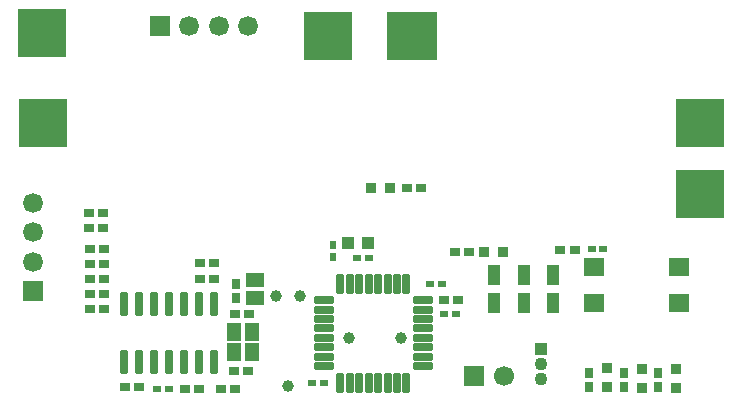
<source format=gts>
G04*
G04 #@! TF.GenerationSoftware,Altium Limited,Altium NEXUS,2.1.5 (53)*
G04*
G04 Layer_Color=8388736*
%FSLAX44Y44*%
%MOMM*%
G71*
G01*
G75*
%ADD32R,4.2000X4.1000*%
%ADD33R,4.1000X4.1000*%
G04:AMPARAMS|DCode=34|XSize=2.07mm|YSize=0.7mm|CornerRadius=0.2mm|HoleSize=0mm|Usage=FLASHONLY|Rotation=90.000|XOffset=0mm|YOffset=0mm|HoleType=Round|Shape=RoundedRectangle|*
%AMROUNDEDRECTD34*
21,1,2.0700,0.3000,0,0,90.0*
21,1,1.6700,0.7000,0,0,90.0*
1,1,0.4000,0.1500,0.8350*
1,1,0.4000,0.1500,-0.8350*
1,1,0.4000,-0.1500,-0.8350*
1,1,0.4000,-0.1500,0.8350*
%
%ADD34ROUNDEDRECTD34*%
%ADD35R,0.9000X0.9000*%
%ADD36R,1.1000X1.7000*%
G04:AMPARAMS|DCode=37|XSize=1.66mm|YSize=0.65mm|CornerRadius=0.1188mm|HoleSize=0mm|Usage=FLASHONLY|Rotation=0.000|XOffset=0mm|YOffset=0mm|HoleType=Round|Shape=RoundedRectangle|*
%AMROUNDEDRECTD37*
21,1,1.6600,0.4125,0,0,0.0*
21,1,1.4225,0.6500,0,0,0.0*
1,1,0.2375,0.7113,-0.2063*
1,1,0.2375,-0.7113,-0.2063*
1,1,0.2375,-0.7113,0.2063*
1,1,0.2375,0.7113,0.2063*
%
%ADD37ROUNDEDRECTD37*%
G04:AMPARAMS|DCode=38|XSize=1.66mm|YSize=0.65mm|CornerRadius=0.1188mm|HoleSize=0mm|Usage=FLASHONLY|Rotation=270.000|XOffset=0mm|YOffset=0mm|HoleType=Round|Shape=RoundedRectangle|*
%AMROUNDEDRECTD38*
21,1,1.6600,0.4125,0,0,270.0*
21,1,1.4225,0.6500,0,0,270.0*
1,1,0.2375,-0.2063,-0.7113*
1,1,0.2375,-0.2063,0.7113*
1,1,0.2375,0.2063,0.7113*
1,1,0.2375,0.2063,-0.7113*
%
%ADD38ROUNDEDRECTD38*%
%ADD39R,0.9000X0.9000*%
%ADD40R,0.9000X0.8000*%
%ADD41R,0.7000X0.6000*%
%ADD42R,1.0000X1.1000*%
%ADD43R,0.6000X0.7000*%
%ADD44R,1.7000X1.5000*%
%ADD45R,1.2000X1.5000*%
%ADD46R,0.8000X0.9000*%
%ADD47R,1.5000X1.2000*%
%ADD48C,1.0000*%
%ADD49C,1.1000*%
%ADD50R,1.1000X1.1000*%
%ADD51C,1.6900*%
%ADD52R,1.6900X1.6900*%
%ADD53R,1.6900X1.6900*%
%ADD54R,4.1000X4.1000*%
%ADD55R,1.7000X1.7000*%
%ADD56C,1.7000*%
D32*
X356870Y346710D02*
D03*
D33*
X285750D02*
D03*
X44450Y273050D02*
D03*
X43180Y349250D02*
D03*
D34*
X113066Y70500D02*
D03*
X125766D02*
D03*
X138466D02*
D03*
X151166D02*
D03*
X163866D02*
D03*
X176566D02*
D03*
X189266D02*
D03*
Y120000D02*
D03*
X176566D02*
D03*
X163866D02*
D03*
X151166D02*
D03*
X138466D02*
D03*
X125766D02*
D03*
X113066D02*
D03*
D35*
X322200Y218186D02*
D03*
X338200D02*
D03*
X433704Y163830D02*
D03*
X417704D02*
D03*
D36*
X476250Y144650D02*
D03*
X451250D02*
D03*
X426250D02*
D03*
X476250Y120650D02*
D03*
X451250D02*
D03*
X426250D02*
D03*
D37*
X282050Y123250D02*
D03*
Y115250D02*
D03*
Y107250D02*
D03*
Y99250D02*
D03*
Y91250D02*
D03*
Y83250D02*
D03*
Y75250D02*
D03*
Y67250D02*
D03*
X365650D02*
D03*
Y75250D02*
D03*
Y83250D02*
D03*
Y91250D02*
D03*
Y99250D02*
D03*
Y107250D02*
D03*
Y115250D02*
D03*
Y123250D02*
D03*
D38*
X351850Y137050D02*
D03*
X343850D02*
D03*
X335850D02*
D03*
X327850D02*
D03*
X319850D02*
D03*
X311850D02*
D03*
X303850D02*
D03*
X295850D02*
D03*
Y53450D02*
D03*
X303850D02*
D03*
X311850D02*
D03*
X319850D02*
D03*
X327850D02*
D03*
X335850D02*
D03*
X343850D02*
D03*
X351850D02*
D03*
D39*
X580426Y65150D02*
D03*
Y49150D02*
D03*
X551216Y65150D02*
D03*
Y49150D02*
D03*
X522006Y65531D02*
D03*
Y49530D02*
D03*
D40*
X364140Y218186D02*
D03*
X352140D02*
D03*
X404526Y163830D02*
D03*
X392526D02*
D03*
X395890Y123190D02*
D03*
X383890D02*
D03*
X95630Y128580D02*
D03*
X83630D02*
D03*
X206344Y111506D02*
D03*
X218344D02*
D03*
X95630Y140970D02*
D03*
X83630D02*
D03*
X113380Y49530D02*
D03*
X125380D02*
D03*
X83630Y115570D02*
D03*
X95630D02*
D03*
Y153980D02*
D03*
X83630D02*
D03*
X206090Y63500D02*
D03*
X218090D02*
D03*
X176180Y48260D02*
D03*
X164180D02*
D03*
X94900Y184150D02*
D03*
X82900D02*
D03*
X206660Y48260D02*
D03*
X194660D02*
D03*
X482220Y165790D02*
D03*
X494220D02*
D03*
X83630Y166680D02*
D03*
X95630D02*
D03*
X82900Y196850D02*
D03*
X94900D02*
D03*
X176880Y154940D02*
D03*
X188880D02*
D03*
X176916Y140970D02*
D03*
X188916D02*
D03*
D41*
X383620Y111760D02*
D03*
X393620D02*
D03*
X382190Y137160D02*
D03*
X372190D02*
D03*
X271860Y53340D02*
D03*
X281860D02*
D03*
X319960Y158750D02*
D03*
X309960D02*
D03*
X151050Y48260D02*
D03*
X141050D02*
D03*
X508540Y166330D02*
D03*
X518540D02*
D03*
D42*
X319650Y171450D02*
D03*
X302650D02*
D03*
D43*
X289560Y170020D02*
D03*
Y160020D02*
D03*
D44*
X582540Y121130D02*
D03*
Y151130D02*
D03*
X510540Y121130D02*
D03*
Y151130D02*
D03*
D45*
X206114Y96520D02*
D03*
X221114D02*
D03*
X206114Y79248D02*
D03*
X221114D02*
D03*
D46*
X565150Y49880D02*
D03*
Y61880D02*
D03*
X535940Y49880D02*
D03*
Y61880D02*
D03*
X506730Y49880D02*
D03*
Y61880D02*
D03*
X207772Y125160D02*
D03*
Y137160D02*
D03*
D47*
X223266Y140088D02*
D03*
Y125088D02*
D03*
D48*
X303530Y91440D02*
D03*
X347530D02*
D03*
X241310Y126492D02*
D03*
X251460Y50292D02*
D03*
X261610Y126492D02*
D03*
D49*
X466090Y68834D02*
D03*
Y56134D02*
D03*
D50*
Y81534D02*
D03*
D51*
X218040Y355600D02*
D03*
X193040D02*
D03*
X168040D02*
D03*
X35560Y205810D02*
D03*
Y180810D02*
D03*
Y155810D02*
D03*
D52*
X143040Y355600D02*
D03*
D53*
X35560Y130810D02*
D03*
D54*
X600710Y273050D02*
D03*
Y213360D02*
D03*
D55*
X408686Y58674D02*
D03*
D56*
X434086D02*
D03*
M02*

</source>
